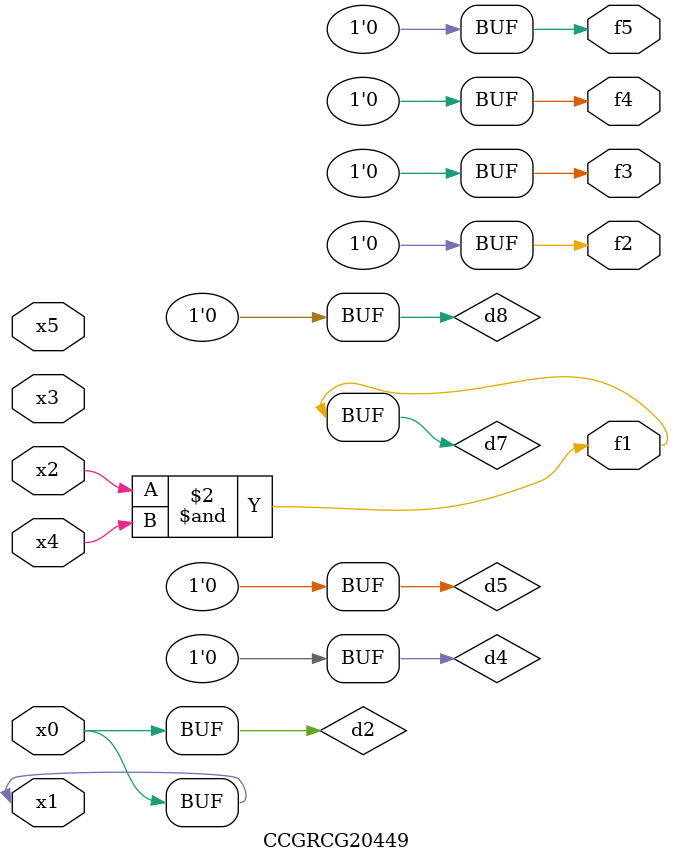
<source format=v>
module CCGRCG20449(
	input x0, x1, x2, x3, x4, x5,
	output f1, f2, f3, f4, f5
);

	wire d1, d2, d3, d4, d5, d6, d7, d8, d9;

	nand (d1, x1);
	buf (d2, x0, x1);
	nand (d3, x2, x4);
	and (d4, d1, d2);
	and (d5, d1, d2);
	nand (d6, d1, d3);
	not (d7, d3);
	xor (d8, d5);
	nor (d9, d5, d6);
	assign f1 = d7;
	assign f2 = d8;
	assign f3 = d8;
	assign f4 = d8;
	assign f5 = d8;
endmodule

</source>
